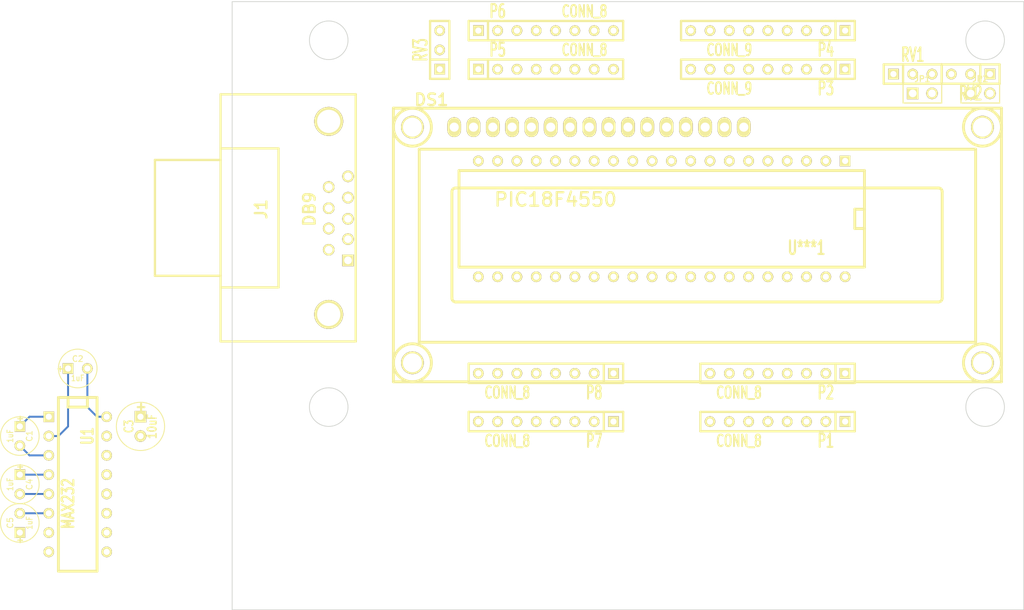
<source format=kicad_pcb>
(kicad_pcb (version 3) (host pcbnew "(22-Jun-2014 BZR 4027)-stable")

  (general
    (links 104)
    (no_connects 97)
    (area 126.047499 50.490001 298.258571 141.020001)
    (thickness 1.6)
    (drawings 17)
    (tracks 14)
    (zones 0)
    (modules 22)
    (nets 46)
  )

  (page A3)
  (layers
    (15 F.Cu signal)
    (0 B.Cu signal)
    (16 B.Adhes user)
    (17 F.Adhes user hide)
    (18 B.Paste user)
    (19 F.Paste user)
    (20 B.SilkS user)
    (21 F.SilkS user)
    (22 B.Mask user)
    (23 F.Mask user hide)
    (24 Dwgs.User user hide)
    (25 Cmts.User user)
    (26 Eco1.User user)
    (27 Eco2.User user)
    (28 Edge.Cuts user)
  )

  (setup
    (last_trace_width 0.254)
    (trace_clearance 0.254)
    (zone_clearance 0.508)
    (zone_45_only no)
    (trace_min 0.254)
    (segment_width 0.2)
    (edge_width 0.1)
    (via_size 0.889)
    (via_drill 0.635)
    (via_min_size 0.889)
    (via_min_drill 0.508)
    (uvia_size 0.508)
    (uvia_drill 0.127)
    (uvias_allowed no)
    (uvia_min_size 0.508)
    (uvia_min_drill 0.127)
    (pcb_text_width 0.3)
    (pcb_text_size 1.5 1.5)
    (mod_edge_width 0.15)
    (mod_text_size 1 1)
    (mod_text_width 0.15)
    (pad_size 1.5 1.5)
    (pad_drill 0.6)
    (pad_to_mask_clearance 0)
    (aux_axis_origin 0 0)
    (visible_elements FFFFFFBF)
    (pcbplotparams
      (layerselection 3178497)
      (usegerberextensions true)
      (excludeedgelayer true)
      (linewidth 0.150000)
      (plotframeref false)
      (viasonmask false)
      (mode 1)
      (useauxorigin false)
      (hpglpennumber 1)
      (hpglpenspeed 20)
      (hpglpendiameter 15)
      (hpglpenoverlay 2)
      (psnegative false)
      (psa4output false)
      (plotreference true)
      (plotvalue true)
      (plotothertext true)
      (plotinvisibletext false)
      (padsonsilk false)
      (subtractmaskfromsilk false)
      (outputformat 1)
      (mirror false)
      (drillshape 1)
      (scaleselection 1)
      (outputdirectory ""))
  )

  (net 0 "")
  (net 1 +5V)
  (net 2 GND)
  (net 3 N-000001)
  (net 4 N-0000010)
  (net 5 N-0000011)
  (net 6 N-0000012)
  (net 7 N-0000013)
  (net 8 N-0000014)
  (net 9 N-0000015)
  (net 10 N-0000016)
  (net 11 N-0000017)
  (net 12 N-0000018)
  (net 13 N-0000019)
  (net 14 N-000002)
  (net 15 N-0000021)
  (net 16 N-0000022)
  (net 17 N-0000023)
  (net 18 N-0000024)
  (net 19 N-0000025)
  (net 20 N-0000027)
  (net 21 N-000003)
  (net 22 N-000004)
  (net 23 N-0000045)
  (net 24 N-0000046)
  (net 25 N-0000047)
  (net 26 N-0000048)
  (net 27 N-0000049)
  (net 28 N-000005)
  (net 29 N-0000050)
  (net 30 N-0000051)
  (net 31 N-0000052)
  (net 32 N-0000053)
  (net 33 N-0000054)
  (net 34 N-0000055)
  (net 35 N-0000056)
  (net 36 N-0000057)
  (net 37 N-0000058)
  (net 38 N-000006)
  (net 39 N-0000061)
  (net 40 N-0000067)
  (net 41 N-000007)
  (net 42 N-000008)
  (net 43 N-000009)
  (net 44 RX)
  (net 45 TX)

  (net_class Default "This is the default net class."
    (clearance 0.254)
    (trace_width 0.254)
    (via_dia 0.889)
    (via_drill 0.635)
    (uvia_dia 0.508)
    (uvia_drill 0.127)
    (add_net "")
    (add_net +5V)
    (add_net GND)
    (add_net N-000001)
    (add_net N-0000010)
    (add_net N-0000011)
    (add_net N-0000012)
    (add_net N-0000013)
    (add_net N-0000014)
    (add_net N-0000015)
    (add_net N-0000016)
    (add_net N-0000017)
    (add_net N-0000018)
    (add_net N-0000019)
    (add_net N-000002)
    (add_net N-0000021)
    (add_net N-0000022)
    (add_net N-0000023)
    (add_net N-0000024)
    (add_net N-0000025)
    (add_net N-0000027)
    (add_net N-000003)
    (add_net N-000004)
    (add_net N-0000045)
    (add_net N-0000046)
    (add_net N-0000047)
    (add_net N-0000048)
    (add_net N-0000049)
    (add_net N-000005)
    (add_net N-0000050)
    (add_net N-0000051)
    (add_net N-0000052)
    (add_net N-0000053)
    (add_net N-0000054)
    (add_net N-0000055)
    (add_net N-0000056)
    (add_net N-0000057)
    (add_net N-0000058)
    (add_net N-000006)
    (add_net N-0000061)
    (add_net N-0000067)
    (add_net N-000007)
    (add_net N-000008)
    (add_net N-000009)
    (add_net RX)
    (add_net TX)
  )

  (module WC1602A (layer F.Cu) (tedit 518615DC) (tstamp 56659013)
    (at 208.28 77.47)
    (descr http://www.kamami.pl/dl/wc1602a0.pdf)
    (tags "LCD 16x2 Alphanumeric 16pin")
    (path /56644880)
    (fp_text reference DS1 (at -2.99974 -3.59918) (layer F.SilkS)
      (effects (font (size 1.524 1.524) (thickness 0.3048)))
    )
    (fp_text value LCD16X2 (at 31.99892 15.49908) (layer F.SilkS) hide
      (effects (font (size 1.524 1.524) (thickness 0.3048)))
    )
    (fp_line (start 0.20066 8.001) (end 63.70066 8.001) (layer F.SilkS) (width 0.381))
    (fp_line (start -0.29972 22.49932) (end -0.29972 8.49884) (layer F.SilkS) (width 0.381))
    (fp_line (start 63.70066 22.9997) (end 0.20066 22.9997) (layer F.SilkS) (width 0.381))
    (fp_line (start 64.20104 8.49884) (end 64.20104 22.49932) (layer F.SilkS) (width 0.381))
    (fp_arc (start 63.70066 8.49884) (end 63.70066 8.001) (angle 90) (layer F.SilkS) (width 0.381))
    (fp_arc (start 63.70066 22.49932) (end 64.20104 22.49932) (angle 90) (layer F.SilkS) (width 0.381))
    (fp_arc (start 0.20066 22.49932) (end 0.20066 22.9997) (angle 90) (layer F.SilkS) (width 0.381))
    (fp_arc (start 0.20066 8.49884) (end -0.29972 8.49884) (angle 90) (layer F.SilkS) (width 0.381))
    (fp_line (start -4.59994 2.90068) (end 68.60032 2.90068) (layer F.SilkS) (width 0.381))
    (fp_line (start 68.60032 2.90068) (end 68.60032 28.30068) (layer F.SilkS) (width 0.381))
    (fp_line (start 68.60032 28.30068) (end -4.59994 28.30068) (layer F.SilkS) (width 0.381))
    (fp_line (start -4.59994 28.30068) (end -4.59994 2.90068) (layer F.SilkS) (width 0.381))
    (fp_circle (center 69.49948 0) (end 71.99884 0) (layer F.SilkS) (width 0.381))
    (fp_circle (center 69.49948 31.0007) (end 71.99884 31.0007) (layer F.SilkS) (width 0.381))
    (fp_circle (center -5.4991 31.0007) (end -8.001 31.0007) (layer F.SilkS) (width 0.381))
    (fp_circle (center -5.4991 0) (end -2.99974 0) (layer F.SilkS) (width 0.381))
    (fp_line (start -8.001 -2.49936) (end 71.99884 -2.49936) (layer F.SilkS) (width 0.381))
    (fp_line (start 71.99884 -2.49936) (end 71.99884 33.50006) (layer F.SilkS) (width 0.381))
    (fp_line (start 71.99884 33.50006) (end -8.001 33.50006) (layer F.SilkS) (width 0.381))
    (fp_line (start -8.001 33.50006) (end -8.001 -2.49936) (layer F.SilkS) (width 0.381))
    (pad 1 thru_hole oval (at 0 0) (size 1.8 2.6) (drill 1.2)
      (layers *.Cu *.Mask F.SilkS)
      (net 2 GND)
    )
    (pad 2 thru_hole oval (at 2.54 0) (size 1.8 2.6) (drill 1.2)
      (layers *.Cu *.Mask F.SilkS)
      (net 1 +5V)
    )
    (pad 3 thru_hole oval (at 5.08 0) (size 1.8 2.6) (drill 1.2)
      (layers *.Cu *.Mask F.SilkS)
      (net 10 N-0000016)
    )
    (pad 4 thru_hole oval (at 7.62 0) (size 1.8 2.6) (drill 1.2)
      (layers *.Cu *.Mask F.SilkS)
    )
    (pad 5 thru_hole oval (at 10.16 0) (size 1.8 2.6) (drill 1.2)
      (layers *.Cu *.Mask F.SilkS)
    )
    (pad 6 thru_hole oval (at 12.7 0) (size 1.8 2.6) (drill 1.2)
      (layers *.Cu *.Mask F.SilkS)
    )
    (pad 7 thru_hole oval (at 15.24 0) (size 1.8 2.6) (drill 1.2)
      (layers *.Cu *.Mask F.SilkS)
      (net 38 N-000006)
    )
    (pad 8 thru_hole oval (at 17.78 0) (size 1.8 2.6) (drill 1.2)
      (layers *.Cu *.Mask F.SilkS)
      (net 41 N-000007)
    )
    (pad 9 thru_hole oval (at 20.32 0) (size 1.8 2.6) (drill 1.2)
      (layers *.Cu *.Mask F.SilkS)
      (net 36 N-0000057)
    )
    (pad 10 thru_hole oval (at 22.86 0) (size 1.8 2.6) (drill 1.2)
      (layers *.Cu *.Mask F.SilkS)
      (net 37 N-0000058)
    )
    (pad 11 thru_hole oval (at 25.4 0) (size 1.8 2.6) (drill 1.2)
      (layers *.Cu *.Mask F.SilkS)
      (net 39 N-0000061)
    )
    (pad 12 thru_hole oval (at 27.94 0) (size 1.8 2.6) (drill 1.2)
      (layers *.Cu *.Mask F.SilkS)
      (net 35 N-0000056)
    )
    (pad 13 thru_hole oval (at 30.48 0) (size 1.8 2.6) (drill 1.2)
      (layers *.Cu *.Mask F.SilkS)
      (net 23 N-0000045)
    )
    (pad 14 thru_hole oval (at 33.02 0) (size 1.8 2.6) (drill 1.2)
      (layers *.Cu *.Mask F.SilkS)
      (net 24 N-0000046)
    )
    (pad 15 thru_hole oval (at 35.56 0) (size 1.8 2.6) (drill 1.2)
      (layers *.Cu *.Mask F.SilkS)
    )
    (pad 16 thru_hole oval (at 38.1 0) (size 1.8 2.6) (drill 1.2)
      (layers *.Cu *.Mask F.SilkS)
    )
    (pad 0 thru_hole circle (at -5.4991 0) (size 3 3) (drill 2.5)
      (layers *.Cu *.Mask F.SilkS)
    )
    (pad 0 thru_hole circle (at -5.4991 31.0007) (size 3 3) (drill 2.5)
      (layers *.Cu *.Mask F.SilkS)
    )
    (pad 0 thru_hole circle (at 69.49948 31.0007) (size 3 3) (drill 2.5)
      (layers *.Cu *.Mask F.SilkS)
    )
    (pad 0 thru_hole circle (at 69.49948 0) (size 3 3) (drill 2.5)
      (layers *.Cu *.Mask F.SilkS)
    )
  )

  (module SIL-8 (layer F.Cu) (tedit 200000) (tstamp 56646251)
    (at 250.825 109.855 180)
    (descr "Connecteur 8 pins")
    (tags "CONN DEV")
    (path /56648303)
    (fp_text reference P2 (at -6.35 -2.54 180) (layer F.SilkS)
      (effects (font (size 1.72974 1.08712) (thickness 0.3048)))
    )
    (fp_text value CONN_8 (at 5.08 -2.54 180) (layer F.SilkS)
      (effects (font (size 1.524 1.016) (thickness 0.3048)))
    )
    (fp_line (start -10.16 -1.27) (end 10.16 -1.27) (layer F.SilkS) (width 0.3048))
    (fp_line (start 10.16 -1.27) (end 10.16 1.27) (layer F.SilkS) (width 0.3048))
    (fp_line (start 10.16 1.27) (end -10.16 1.27) (layer F.SilkS) (width 0.3048))
    (fp_line (start -10.16 1.27) (end -10.16 -1.27) (layer F.SilkS) (width 0.3048))
    (fp_line (start -7.62 1.27) (end -7.62 -1.27) (layer F.SilkS) (width 0.3048))
    (pad 1 thru_hole rect (at -8.89 0 180) (size 1.397 1.397) (drill 0.8128)
      (layers *.Cu *.Mask F.SilkS)
      (net 19 N-0000025)
    )
    (pad 2 thru_hole circle (at -6.35 0 180) (size 1.397 1.397) (drill 0.8128)
      (layers *.Cu *.Mask F.SilkS)
      (net 18 N-0000024)
    )
    (pad 3 thru_hole circle (at -3.81 0 180) (size 1.397 1.397) (drill 0.8128)
      (layers *.Cu *.Mask F.SilkS)
      (net 17 N-0000023)
    )
    (pad 4 thru_hole circle (at -1.27 0 180) (size 1.397 1.397) (drill 0.8128)
      (layers *.Cu *.Mask F.SilkS)
      (net 16 N-0000022)
    )
    (pad 5 thru_hole circle (at 1.27 0 180) (size 1.397 1.397) (drill 0.8128)
      (layers *.Cu *.Mask F.SilkS)
      (net 11 N-0000017)
    )
    (pad 6 thru_hole circle (at 3.81 0 180) (size 1.397 1.397) (drill 0.8128)
      (layers *.Cu *.Mask F.SilkS)
      (net 15 N-0000021)
    )
    (pad 7 thru_hole circle (at 6.35 0 180) (size 1.397 1.397) (drill 0.8128)
      (layers *.Cu *.Mask F.SilkS)
      (net 13 N-0000019)
    )
    (pad 8 thru_hole circle (at 8.89 0 180) (size 1.397 1.397) (drill 0.8128)
      (layers *.Cu *.Mask F.SilkS)
      (net 12 N-0000018)
    )
  )

  (module SIL-8 (layer F.Cu) (tedit 200000) (tstamp 56646262)
    (at 250.825 116.205 180)
    (descr "Connecteur 8 pins")
    (tags "CONN DEV")
    (path /56645AF8)
    (fp_text reference P1 (at -6.35 -2.54 180) (layer F.SilkS)
      (effects (font (size 1.72974 1.08712) (thickness 0.3048)))
    )
    (fp_text value CONN_8 (at 5.08 -2.54 180) (layer F.SilkS)
      (effects (font (size 1.524 1.016) (thickness 0.3048)))
    )
    (fp_line (start -10.16 -1.27) (end 10.16 -1.27) (layer F.SilkS) (width 0.3048))
    (fp_line (start 10.16 -1.27) (end 10.16 1.27) (layer F.SilkS) (width 0.3048))
    (fp_line (start 10.16 1.27) (end -10.16 1.27) (layer F.SilkS) (width 0.3048))
    (fp_line (start -10.16 1.27) (end -10.16 -1.27) (layer F.SilkS) (width 0.3048))
    (fp_line (start -7.62 1.27) (end -7.62 -1.27) (layer F.SilkS) (width 0.3048))
    (pad 1 thru_hole rect (at -8.89 0 180) (size 1.397 1.397) (drill 0.8128)
      (layers *.Cu *.Mask F.SilkS)
      (net 19 N-0000025)
    )
    (pad 2 thru_hole circle (at -6.35 0 180) (size 1.397 1.397) (drill 0.8128)
      (layers *.Cu *.Mask F.SilkS)
      (net 18 N-0000024)
    )
    (pad 3 thru_hole circle (at -3.81 0 180) (size 1.397 1.397) (drill 0.8128)
      (layers *.Cu *.Mask F.SilkS)
      (net 17 N-0000023)
    )
    (pad 4 thru_hole circle (at -1.27 0 180) (size 1.397 1.397) (drill 0.8128)
      (layers *.Cu *.Mask F.SilkS)
      (net 16 N-0000022)
    )
    (pad 5 thru_hole circle (at 1.27 0 180) (size 1.397 1.397) (drill 0.8128)
      (layers *.Cu *.Mask F.SilkS)
      (net 11 N-0000017)
    )
    (pad 6 thru_hole circle (at 3.81 0 180) (size 1.397 1.397) (drill 0.8128)
      (layers *.Cu *.Mask F.SilkS)
      (net 15 N-0000021)
    )
    (pad 7 thru_hole circle (at 6.35 0 180) (size 1.397 1.397) (drill 0.8128)
      (layers *.Cu *.Mask F.SilkS)
      (net 13 N-0000019)
    )
    (pad 8 thru_hole circle (at 8.89 0 180) (size 1.397 1.397) (drill 0.8128)
      (layers *.Cu *.Mask F.SilkS)
      (net 12 N-0000018)
    )
  )

  (module SIL-3 (layer F.Cu) (tedit 200000) (tstamp 5664626E)
    (at 276.225 70.485 180)
    (descr "Connecteur 3 pins")
    (tags "CONN DEV")
    (path /56645751)
    (fp_text reference RV2 (at 0 -2.54 180) (layer F.SilkS)
      (effects (font (size 1.7907 1.07696) (thickness 0.3048)))
    )
    (fp_text value 10K (at 0 -2.54 180) (layer F.SilkS) hide
      (effects (font (size 1.524 1.016) (thickness 0.3048)))
    )
    (fp_line (start -3.81 1.27) (end -3.81 -1.27) (layer F.SilkS) (width 0.3048))
    (fp_line (start -3.81 -1.27) (end 3.81 -1.27) (layer F.SilkS) (width 0.3048))
    (fp_line (start 3.81 -1.27) (end 3.81 1.27) (layer F.SilkS) (width 0.3048))
    (fp_line (start 3.81 1.27) (end -3.81 1.27) (layer F.SilkS) (width 0.3048))
    (fp_line (start -1.27 -1.27) (end -1.27 1.27) (layer F.SilkS) (width 0.3048))
    (pad 1 thru_hole rect (at -2.54 0 180) (size 1.397 1.397) (drill 0.8128)
      (layers *.Cu *.Mask F.SilkS)
      (net 1 +5V)
    )
    (pad 2 thru_hole circle (at 0 0 180) (size 1.397 1.397) (drill 0.8128)
      (layers *.Cu *.Mask F.SilkS)
      (net 40 N-0000067)
    )
    (pad 3 thru_hole circle (at 2.54 0 180) (size 1.397 1.397) (drill 0.8128)
      (layers *.Cu *.Mask F.SilkS)
      (net 2 GND)
    )
  )

  (module SIL-3 (layer F.Cu) (tedit 200000) (tstamp 5664627A)
    (at 268.605 70.485)
    (descr "Connecteur 3 pins")
    (tags "CONN DEV")
    (path /5664508A)
    (fp_text reference RV1 (at 0 -2.54) (layer F.SilkS)
      (effects (font (size 1.7907 1.07696) (thickness 0.3048)))
    )
    (fp_text value 10K (at 0 -2.54) (layer F.SilkS) hide
      (effects (font (size 1.524 1.016) (thickness 0.3048)))
    )
    (fp_line (start -3.81 1.27) (end -3.81 -1.27) (layer F.SilkS) (width 0.3048))
    (fp_line (start -3.81 -1.27) (end 3.81 -1.27) (layer F.SilkS) (width 0.3048))
    (fp_line (start 3.81 -1.27) (end 3.81 1.27) (layer F.SilkS) (width 0.3048))
    (fp_line (start 3.81 1.27) (end -3.81 1.27) (layer F.SilkS) (width 0.3048))
    (fp_line (start -1.27 -1.27) (end -1.27 1.27) (layer F.SilkS) (width 0.3048))
    (pad 1 thru_hole rect (at -2.54 0) (size 1.397 1.397) (drill 0.8128)
      (layers *.Cu *.Mask F.SilkS)
      (net 1 +5V)
    )
    (pad 2 thru_hole circle (at 0 0) (size 1.397 1.397) (drill 0.8128)
      (layers *.Cu *.Mask F.SilkS)
      (net 20 N-0000027)
    )
    (pad 3 thru_hole circle (at 2.54 0) (size 1.397 1.397) (drill 0.8128)
      (layers *.Cu *.Mask F.SilkS)
      (net 2 GND)
    )
  )

  (module SIL-3 (layer F.Cu) (tedit 200000) (tstamp 5664649B)
    (at 206.375 67.31 90)
    (descr "Connecteur 3 pins")
    (tags "CONN DEV")
    (path /5664516B)
    (fp_text reference RV3 (at 0 -2.54 90) (layer F.SilkS)
      (effects (font (size 1.7907 1.07696) (thickness 0.3048)))
    )
    (fp_text value 10K (at 0 -2.54 90) (layer F.SilkS) hide
      (effects (font (size 1.524 1.016) (thickness 0.3048)))
    )
    (fp_line (start -3.81 1.27) (end -3.81 -1.27) (layer F.SilkS) (width 0.3048))
    (fp_line (start -3.81 -1.27) (end 3.81 -1.27) (layer F.SilkS) (width 0.3048))
    (fp_line (start 3.81 -1.27) (end 3.81 1.27) (layer F.SilkS) (width 0.3048))
    (fp_line (start 3.81 1.27) (end -3.81 1.27) (layer F.SilkS) (width 0.3048))
    (fp_line (start -1.27 -1.27) (end -1.27 1.27) (layer F.SilkS) (width 0.3048))
    (pad 1 thru_hole rect (at -2.54 0 90) (size 1.397 1.397) (drill 0.8128)
      (layers *.Cu *.Mask F.SilkS)
      (net 1 +5V)
    )
    (pad 2 thru_hole circle (at 0 0 90) (size 1.397 1.397) (drill 0.8128)
      (layers *.Cu *.Mask F.SilkS)
      (net 10 N-0000016)
    )
    (pad 3 thru_hole circle (at 2.54 0 90) (size 1.397 1.397) (drill 0.8128)
      (layers *.Cu *.Mask F.SilkS)
      (net 2 GND)
    )
  )

  (module PIN_ARRAY_2X1 (layer F.Cu) (tedit 4565C520) (tstamp 566464EC)
    (at 277.495 73.025)
    (descr "Connecteurs 2 pins")
    (tags "CONN DEV")
    (path /56645757)
    (fp_text reference JP2 (at 0 -1.905) (layer F.SilkS)
      (effects (font (size 0.762 0.762) (thickness 0.1524)))
    )
    (fp_text value JUMPER (at 0 -1.905) (layer F.SilkS) hide
      (effects (font (size 0.762 0.762) (thickness 0.1524)))
    )
    (fp_line (start -2.54 1.27) (end -2.54 -1.27) (layer F.SilkS) (width 0.1524))
    (fp_line (start -2.54 -1.27) (end 2.54 -1.27) (layer F.SilkS) (width 0.1524))
    (fp_line (start 2.54 -1.27) (end 2.54 1.27) (layer F.SilkS) (width 0.1524))
    (fp_line (start 2.54 1.27) (end -2.54 1.27) (layer F.SilkS) (width 0.1524))
    (pad 1 thru_hole rect (at -1.27 0) (size 1.524 1.524) (drill 1.016)
      (layers *.Cu *.Mask F.SilkS)
      (net 40 N-0000067)
    )
    (pad 2 thru_hole circle (at 1.27 0) (size 1.524 1.524) (drill 1.016)
      (layers *.Cu *.Mask F.SilkS)
      (net 33 N-0000054)
    )
    (model pin_array/pins_array_2x1.wrl
      (at (xyz 0 0 0))
      (scale (xyz 1 1 1))
      (rotate (xyz 0 0 0))
    )
  )

  (module PIN_ARRAY_2X1 (layer F.Cu) (tedit 4565C520) (tstamp 5664629A)
    (at 269.875 73.025)
    (descr "Connecteurs 2 pins")
    (tags "CONN DEV")
    (path /5664570D)
    (fp_text reference JP1 (at 0 -1.905) (layer F.SilkS)
      (effects (font (size 0.762 0.762) (thickness 0.1524)))
    )
    (fp_text value JUMPER (at 0 -1.905) (layer F.SilkS) hide
      (effects (font (size 0.762 0.762) (thickness 0.1524)))
    )
    (fp_line (start -2.54 1.27) (end -2.54 -1.27) (layer F.SilkS) (width 0.1524))
    (fp_line (start -2.54 -1.27) (end 2.54 -1.27) (layer F.SilkS) (width 0.1524))
    (fp_line (start 2.54 -1.27) (end 2.54 1.27) (layer F.SilkS) (width 0.1524))
    (fp_line (start 2.54 1.27) (end -2.54 1.27) (layer F.SilkS) (width 0.1524))
    (pad 1 thru_hole rect (at -1.27 0) (size 1.524 1.524) (drill 1.016)
      (layers *.Cu *.Mask F.SilkS)
      (net 20 N-0000027)
    )
    (pad 2 thru_hole circle (at 1.27 0) (size 1.524 1.524) (drill 1.016)
      (layers *.Cu *.Mask F.SilkS)
      (net 34 N-0000055)
    )
    (model pin_array/pins_array_2x1.wrl
      (at (xyz 0 0 0))
      (scale (xyz 1 1 1))
      (rotate (xyz 0 0 0))
    )
  )

  (module DIP-40__600 (layer F.Cu) (tedit 200000) (tstamp 56657E7E)
    (at 235.585 89.535 180)
    (descr "Module Dil 40 pins, pads ronds, e=600 mils")
    (tags DIL)
    (path /56645347)
    (fp_text reference U***1 (at -19.05 -3.81 180) (layer F.SilkS)
      (effects (font (size 1.778 1.143) (thickness 0.3048)))
    )
    (fp_text value PIC18F4550 (at 13.97 2.54 180) (layer F.SilkS)
      (effects (font (size 1.778 1.778) (thickness 0.3048)))
    )
    (fp_line (start -26.67 -1.27) (end -25.4 -1.27) (layer F.SilkS) (width 0.381))
    (fp_line (start -25.4 -1.27) (end -25.4 1.27) (layer F.SilkS) (width 0.381))
    (fp_line (start -25.4 1.27) (end -26.67 1.27) (layer F.SilkS) (width 0.381))
    (fp_line (start -26.67 -6.35) (end 26.67 -6.35) (layer F.SilkS) (width 0.381))
    (fp_line (start 26.67 -6.35) (end 26.67 6.35) (layer F.SilkS) (width 0.381))
    (fp_line (start 26.67 6.35) (end -26.67 6.35) (layer F.SilkS) (width 0.381))
    (fp_line (start -26.67 6.35) (end -26.67 -6.35) (layer F.SilkS) (width 0.381))
    (pad 1 thru_hole rect (at -24.13 7.62 180) (size 1.397 1.397) (drill 0.8128)
      (layers *.Cu *.Mask F.SilkS)
      (net 3 N-000001)
    )
    (pad 2 thru_hole circle (at -21.59 7.62 180) (size 1.397 1.397) (drill 0.8128)
      (layers *.Cu *.Mask F.SilkS)
      (net 34 N-0000055)
    )
    (pad 3 thru_hole circle (at -19.05 7.62 180) (size 1.397 1.397) (drill 0.8128)
      (layers *.Cu *.Mask F.SilkS)
      (net 33 N-0000054)
    )
    (pad 4 thru_hole circle (at -16.51 7.62 180) (size 1.397 1.397) (drill 0.8128)
      (layers *.Cu *.Mask F.SilkS)
      (net 32 N-0000053)
    )
    (pad 5 thru_hole circle (at -13.97 7.62 180) (size 1.397 1.397) (drill 0.8128)
      (layers *.Cu *.Mask F.SilkS)
      (net 31 N-0000052)
    )
    (pad 6 thru_hole circle (at -11.43 7.62 180) (size 1.397 1.397) (drill 0.8128)
      (layers *.Cu *.Mask F.SilkS)
      (net 30 N-0000051)
    )
    (pad 7 thru_hole circle (at -8.89 7.62 180) (size 1.397 1.397) (drill 0.8128)
      (layers *.Cu *.Mask F.SilkS)
      (net 29 N-0000050)
    )
    (pad 8 thru_hole circle (at -6.35 7.62 180) (size 1.397 1.397) (drill 0.8128)
      (layers *.Cu *.Mask F.SilkS)
      (net 27 N-0000049)
    )
    (pad 9 thru_hole circle (at -3.81 7.62 180) (size 1.397 1.397) (drill 0.8128)
      (layers *.Cu *.Mask F.SilkS)
      (net 26 N-0000048)
    )
    (pad 10 thru_hole circle (at -1.27 7.62 180) (size 1.397 1.397) (drill 0.8128)
      (layers *.Cu *.Mask F.SilkS)
      (net 25 N-0000047)
    )
    (pad 11 thru_hole circle (at 1.27 7.62 180) (size 1.397 1.397) (drill 0.8128)
      (layers *.Cu *.Mask F.SilkS)
      (net 14 N-000002)
    )
    (pad 12 thru_hole circle (at 3.81 7.62 180) (size 1.397 1.397) (drill 0.8128)
      (layers *.Cu *.Mask F.SilkS)
      (net 2 GND)
    )
    (pad 13 thru_hole circle (at 6.35 7.62 180) (size 1.397 1.397) (drill 0.8128)
      (layers *.Cu *.Mask F.SilkS)
    )
    (pad 14 thru_hole circle (at 8.89 7.62 180) (size 1.397 1.397) (drill 0.8128)
      (layers *.Cu *.Mask F.SilkS)
    )
    (pad 15 thru_hole circle (at 11.43 7.62 180) (size 1.397 1.397) (drill 0.8128)
      (layers *.Cu *.Mask F.SilkS)
      (net 21 N-000003)
    )
    (pad 16 thru_hole circle (at 13.97 7.62 180) (size 1.397 1.397) (drill 0.8128)
      (layers *.Cu *.Mask F.SilkS)
      (net 22 N-000004)
    )
    (pad 17 thru_hole circle (at 16.51 7.62 180) (size 1.397 1.397) (drill 0.8128)
      (layers *.Cu *.Mask F.SilkS)
      (net 28 N-000005)
    )
    (pad 18 thru_hole circle (at 19.05 7.62 180) (size 1.397 1.397) (drill 0.8128)
      (layers *.Cu *.Mask F.SilkS)
    )
    (pad 19 thru_hole circle (at 21.59 7.62 180) (size 1.397 1.397) (drill 0.8128)
      (layers *.Cu *.Mask F.SilkS)
      (net 38 N-000006)
    )
    (pad 20 thru_hole circle (at 24.13 7.62 180) (size 1.397 1.397) (drill 0.8128)
      (layers *.Cu *.Mask F.SilkS)
      (net 41 N-000007)
    )
    (pad 21 thru_hole circle (at 24.13 -7.62 180) (size 1.397 1.397) (drill 0.8128)
      (layers *.Cu *.Mask F.SilkS)
      (net 36 N-0000057)
    )
    (pad 22 thru_hole circle (at 21.59 -7.62 180) (size 1.397 1.397) (drill 0.8128)
      (layers *.Cu *.Mask F.SilkS)
      (net 37 N-0000058)
    )
    (pad 23 thru_hole circle (at 19.05 -7.62 180) (size 1.397 1.397) (drill 0.8128)
      (layers *.Cu *.Mask F.SilkS)
    )
    (pad 24 thru_hole circle (at 16.51 -7.62 180) (size 1.397 1.397) (drill 0.8128)
      (layers *.Cu *.Mask F.SilkS)
    )
    (pad 25 thru_hole circle (at 13.97 -7.62 180) (size 1.397 1.397) (drill 0.8128)
      (layers *.Cu *.Mask F.SilkS)
      (net 45 TX)
    )
    (pad 26 thru_hole circle (at 11.43 -7.62 180) (size 1.397 1.397) (drill 0.8128)
      (layers *.Cu *.Mask F.SilkS)
      (net 44 RX)
    )
    (pad 27 thru_hole circle (at 8.89 -7.62 180) (size 1.397 1.397) (drill 0.8128)
      (layers *.Cu *.Mask F.SilkS)
      (net 39 N-0000061)
    )
    (pad 28 thru_hole circle (at 6.35 -7.62 180) (size 1.397 1.397) (drill 0.8128)
      (layers *.Cu *.Mask F.SilkS)
      (net 35 N-0000056)
    )
    (pad 29 thru_hole circle (at 3.81 -7.62 180) (size 1.397 1.397) (drill 0.8128)
      (layers *.Cu *.Mask F.SilkS)
      (net 23 N-0000045)
    )
    (pad 30 thru_hole circle (at 1.27 -7.62 180) (size 1.397 1.397) (drill 0.8128)
      (layers *.Cu *.Mask F.SilkS)
      (net 24 N-0000046)
    )
    (pad 31 thru_hole circle (at -1.27 -7.62 180) (size 1.397 1.397) (drill 0.8128)
      (layers *.Cu *.Mask F.SilkS)
      (net 2 GND)
    )
    (pad 32 thru_hole circle (at -3.81 -7.62 180) (size 1.397 1.397) (drill 0.8128)
      (layers *.Cu *.Mask F.SilkS)
      (net 1 +5V)
    )
    (pad 33 thru_hole circle (at -6.35 -7.62 180) (size 1.397 1.397) (drill 0.8128)
      (layers *.Cu *.Mask F.SilkS)
      (net 12 N-0000018)
    )
    (pad 34 thru_hole circle (at -8.89 -7.62 180) (size 1.397 1.397) (drill 0.8128)
      (layers *.Cu *.Mask F.SilkS)
      (net 13 N-0000019)
    )
    (pad 35 thru_hole circle (at -11.43 -7.62 180) (size 1.397 1.397) (drill 0.8128)
      (layers *.Cu *.Mask F.SilkS)
      (net 15 N-0000021)
    )
    (pad 36 thru_hole circle (at -13.97 -7.62 180) (size 1.397 1.397) (drill 0.8128)
      (layers *.Cu *.Mask F.SilkS)
      (net 11 N-0000017)
    )
    (pad 37 thru_hole circle (at -16.51 -7.62 180) (size 1.397 1.397) (drill 0.8128)
      (layers *.Cu *.Mask F.SilkS)
      (net 16 N-0000022)
    )
    (pad 38 thru_hole circle (at -19.05 -7.62 180) (size 1.397 1.397) (drill 0.8128)
      (layers *.Cu *.Mask F.SilkS)
      (net 17 N-0000023)
    )
    (pad 39 thru_hole circle (at -21.59 -7.62 180) (size 1.397 1.397) (drill 0.8128)
      (layers *.Cu *.Mask F.SilkS)
      (net 18 N-0000024)
    )
    (pad 40 thru_hole circle (at -24.13 -7.62 180) (size 1.397 1.397) (drill 0.8128)
      (layers *.Cu *.Mask F.SilkS)
      (net 19 N-0000025)
    )
    (model dil/dil_40-w600.wrl
      (at (xyz 0 0 0))
      (scale (xyz 1 1 1))
      (rotate (xyz 0 0 0))
    )
  )

  (module DIP-16__300 (layer F.Cu) (tedit 200000) (tstamp 566462E9)
    (at 158.75 124.46 270)
    (descr "16 pins DIL package, round pads")
    (tags DIL)
    (path /566448BA)
    (fp_text reference U1 (at -6.35 -1.27 270) (layer F.SilkS)
      (effects (font (size 1.524 1.143) (thickness 0.3048)))
    )
    (fp_text value MAX232 (at 2.54 1.27 270) (layer F.SilkS)
      (effects (font (size 1.524 1.143) (thickness 0.3048)))
    )
    (fp_line (start -11.43 -1.27) (end -11.43 -1.27) (layer F.SilkS) (width 0.381))
    (fp_line (start -11.43 -1.27) (end -10.16 -1.27) (layer F.SilkS) (width 0.381))
    (fp_line (start -10.16 -1.27) (end -10.16 1.27) (layer F.SilkS) (width 0.381))
    (fp_line (start -10.16 1.27) (end -11.43 1.27) (layer F.SilkS) (width 0.381))
    (fp_line (start -11.43 -2.54) (end 11.43 -2.54) (layer F.SilkS) (width 0.381))
    (fp_line (start 11.43 -2.54) (end 11.43 2.54) (layer F.SilkS) (width 0.381))
    (fp_line (start 11.43 2.54) (end -11.43 2.54) (layer F.SilkS) (width 0.381))
    (fp_line (start -11.43 2.54) (end -11.43 -2.54) (layer F.SilkS) (width 0.381))
    (pad 1 thru_hole rect (at -8.89 3.81 270) (size 1.397 1.397) (drill 0.8128)
      (layers *.Cu *.Mask F.SilkS)
      (net 4 N-0000010)
    )
    (pad 2 thru_hole circle (at -6.35 3.81 270) (size 1.397 1.397) (drill 0.8128)
      (layers *.Cu *.Mask F.SilkS)
      (net 8 N-0000014)
    )
    (pad 3 thru_hole circle (at -3.81 3.81 270) (size 1.397 1.397) (drill 0.8128)
      (layers *.Cu *.Mask F.SilkS)
      (net 5 N-0000011)
    )
    (pad 4 thru_hole circle (at -1.27 3.81 270) (size 1.397 1.397) (drill 0.8128)
      (layers *.Cu *.Mask F.SilkS)
      (net 6 N-0000012)
    )
    (pad 5 thru_hole circle (at 1.27 3.81 270) (size 1.397 1.397) (drill 0.8128)
      (layers *.Cu *.Mask F.SilkS)
      (net 7 N-0000013)
    )
    (pad 6 thru_hole circle (at 3.81 3.81 270) (size 1.397 1.397) (drill 0.8128)
      (layers *.Cu *.Mask F.SilkS)
      (net 9 N-0000015)
    )
    (pad 7 thru_hole circle (at 6.35 3.81 270) (size 1.397 1.397) (drill 0.8128)
      (layers *.Cu *.Mask F.SilkS)
    )
    (pad 8 thru_hole circle (at 8.89 3.81 270) (size 1.397 1.397) (drill 0.8128)
      (layers *.Cu *.Mask F.SilkS)
    )
    (pad 9 thru_hole circle (at 8.89 -3.81 270) (size 1.397 1.397) (drill 0.8128)
      (layers *.Cu *.Mask F.SilkS)
    )
    (pad 10 thru_hole circle (at 6.35 -3.81 270) (size 1.397 1.397) (drill 0.8128)
      (layers *.Cu *.Mask F.SilkS)
    )
    (pad 11 thru_hole circle (at 3.81 -3.81 270) (size 1.397 1.397) (drill 0.8128)
      (layers *.Cu *.Mask F.SilkS)
      (net 45 TX)
    )
    (pad 12 thru_hole circle (at 1.27 -3.81 270) (size 1.397 1.397) (drill 0.8128)
      (layers *.Cu *.Mask F.SilkS)
    )
    (pad 13 thru_hole circle (at -1.27 -3.81 270) (size 1.397 1.397) (drill 0.8128)
      (layers *.Cu *.Mask F.SilkS)
      (net 43 N-000009)
    )
    (pad 14 thru_hole circle (at -3.81 -3.81 270) (size 1.397 1.397) (drill 0.8128)
      (layers *.Cu *.Mask F.SilkS)
      (net 42 N-000008)
    )
    (pad 15 thru_hole circle (at -6.35 -3.81 270) (size 1.397 1.397) (drill 0.8128)
      (layers *.Cu *.Mask F.SilkS)
      (net 2 GND)
    )
    (pad 16 thru_hole circle (at -8.89 -3.81 270) (size 1.397 1.397) (drill 0.8128)
      (layers *.Cu *.Mask F.SilkS)
      (net 1 +5V)
    )
    (model dil/dil_16.wrl
      (at (xyz 0 0 0))
      (scale (xyz 1 1 1))
      (rotate (xyz 0 0 0))
    )
  )

  (module DB9FC (layer F.Cu) (tedit 200000) (tstamp 56646506)
    (at 193.04 89.535 90)
    (descr "Connecteur DB9 femelle couche")
    (tags "CONN DB9")
    (path /566448E1)
    (fp_text reference J1 (at 1.27 -10.16 90) (layer F.SilkS)
      (effects (font (size 1.524 1.524) (thickness 0.3048)))
    )
    (fp_text value DB9 (at 1.27 -3.81 90) (layer F.SilkS)
      (effects (font (size 1.524 1.524) (thickness 0.3048)))
    )
    (fp_line (start -16.129 2.286) (end 16.383 2.286) (layer F.SilkS) (width 0.3048))
    (fp_line (start 16.383 2.286) (end 16.383 -15.494) (layer F.SilkS) (width 0.3048))
    (fp_line (start 16.383 -15.494) (end -16.129 -15.494) (layer F.SilkS) (width 0.3048))
    (fp_line (start -16.129 -15.494) (end -16.129 2.286) (layer F.SilkS) (width 0.3048))
    (fp_line (start -9.017 -15.494) (end -9.017 -7.874) (layer F.SilkS) (width 0.3048))
    (fp_line (start -9.017 -7.874) (end 9.271 -7.874) (layer F.SilkS) (width 0.3048))
    (fp_line (start 9.271 -7.874) (end 9.271 -15.494) (layer F.SilkS) (width 0.3048))
    (fp_line (start -7.493 -15.494) (end -7.493 -24.13) (layer F.SilkS) (width 0.3048))
    (fp_line (start -7.493 -24.13) (end 7.747 -24.13) (layer F.SilkS) (width 0.3048))
    (fp_line (start 7.747 -24.13) (end 7.747 -15.494) (layer F.SilkS) (width 0.3048))
    (pad "" thru_hole circle (at 12.827 -1.27 90) (size 3.81 3.81) (drill 3.048)
      (layers *.Cu *.Mask F.SilkS)
    )
    (pad "" thru_hole circle (at -12.573 -1.27 90) (size 3.81 3.81) (drill 3.048)
      (layers *.Cu *.Mask F.SilkS)
    )
    (pad 1 thru_hole rect (at -5.461 1.27 90) (size 1.524 1.524) (drill 1.016)
      (layers *.Cu *.Mask F.SilkS)
    )
    (pad 2 thru_hole circle (at -2.667 1.27 90) (size 1.524 1.524) (drill 1.016)
      (layers *.Cu *.Mask F.SilkS)
      (net 42 N-000008)
    )
    (pad 3 thru_hole circle (at 0 1.27 90) (size 1.524 1.524) (drill 1.016)
      (layers *.Cu *.Mask F.SilkS)
      (net 43 N-000009)
    )
    (pad 4 thru_hole circle (at 2.794 1.27 90) (size 1.524 1.524) (drill 1.016)
      (layers *.Cu *.Mask F.SilkS)
    )
    (pad 5 thru_hole circle (at 5.588 1.27 90) (size 1.524 1.524) (drill 1.016)
      (layers *.Cu *.Mask F.SilkS)
      (net 2 GND)
    )
    (pad 6 thru_hole circle (at -4.064 -1.27 90) (size 1.524 1.524) (drill 1.016)
      (layers *.Cu *.Mask F.SilkS)
    )
    (pad 7 thru_hole circle (at -1.27 -1.27 90) (size 1.524 1.524) (drill 1.016)
      (layers *.Cu *.Mask F.SilkS)
    )
    (pad 8 thru_hole circle (at 1.397 -1.27 90) (size 1.524 1.524) (drill 1.016)
      (layers *.Cu *.Mask F.SilkS)
    )
    (pad 9 thru_hole circle (at 4.191 -1.27 90) (size 1.524 1.524) (drill 1.016)
      (layers *.Cu *.Mask F.SilkS)
    )
    (model conn_DBxx/db9_female_pin90deg.wrl
      (at (xyz 0 0 0))
      (scale (xyz 1 1 1))
      (rotate (xyz 0 0 0))
    )
  )

  (module C1V7 (layer F.Cu) (tedit 200000) (tstamp 5664630A)
    (at 167.005 116.84 270)
    (path /56644D34)
    (fp_text reference C3 (at 0 1.524 270) (layer F.SilkS)
      (effects (font (size 1.143 0.889) (thickness 0.2032)))
    )
    (fp_text value 10uF (at 0 -1.524 270) (layer F.SilkS)
      (effects (font (size 1.143 0.889) (thickness 0.2032)))
    )
    (fp_text user + (at -2.54 0 270) (layer F.SilkS)
      (effects (font (size 1.143 1.143) (thickness 0.3048)))
    )
    (fp_circle (center 0 0) (end 3.175 0) (layer F.SilkS) (width 0.127))
    (pad 1 thru_hole rect (at -1.27 0 270) (size 1.524 1.524) (drill 0.8128)
      (layers *.Cu *.Mask F.SilkS)
      (net 1 +5V)
    )
    (pad 2 thru_hole circle (at 1.27 0 270) (size 1.524 1.524) (drill 0.8128)
      (layers *.Cu *.Mask F.SilkS)
      (net 2 GND)
    )
    (model discret/c_vert_c1v7.wrl
      (at (xyz 0 0 0))
      (scale (xyz 1 1 1))
      (rotate (xyz 0 0 0))
    )
  )

  (module C1V5 (layer F.Cu) (tedit 3E070CF4) (tstamp 56646312)
    (at 151.13 129.54 90)
    (descr "Condensateur e = 1 pas")
    (tags C)
    (path /56644D25)
    (fp_text reference C5 (at 0 -1.26746 90) (layer F.SilkS)
      (effects (font (size 0.762 0.762) (thickness 0.127)))
    )
    (fp_text value 1uF (at 0 1.27 90) (layer F.SilkS)
      (effects (font (size 0.762 0.635) (thickness 0.127)))
    )
    (fp_text user + (at -2.286 0 90) (layer F.SilkS)
      (effects (font (size 0.762 0.762) (thickness 0.2032)))
    )
    (fp_circle (center 0 0) (end 0.127 -2.54) (layer F.SilkS) (width 0.127))
    (pad 1 thru_hole rect (at -1.27 0 90) (size 1.397 1.397) (drill 0.8128)
      (layers *.Cu *.Mask F.SilkS)
      (net 2 GND)
    )
    (pad 2 thru_hole circle (at 1.27 0 90) (size 1.397 1.397) (drill 0.8128)
      (layers *.Cu *.Mask F.SilkS)
      (net 9 N-0000015)
    )
    (model discret/c_vert_c1v5.wrl
      (at (xyz 0 0 0))
      (scale (xyz 1 1 1))
      (rotate (xyz 0 0 0))
    )
  )

  (module C1V5 (layer F.Cu) (tedit 3E070CF4) (tstamp 5664631A)
    (at 158.75 109.22)
    (descr "Condensateur e = 1 pas")
    (tags C)
    (path /56644D16)
    (fp_text reference C2 (at 0 -1.26746) (layer F.SilkS)
      (effects (font (size 0.762 0.762) (thickness 0.127)))
    )
    (fp_text value 1uF (at 0 1.27) (layer F.SilkS)
      (effects (font (size 0.762 0.635) (thickness 0.127)))
    )
    (fp_text user + (at -2.286 0) (layer F.SilkS)
      (effects (font (size 0.762 0.762) (thickness 0.2032)))
    )
    (fp_circle (center 0 0) (end 0.127 -2.54) (layer F.SilkS) (width 0.127))
    (pad 1 thru_hole rect (at -1.27 0) (size 1.397 1.397) (drill 0.8128)
      (layers *.Cu *.Mask F.SilkS)
      (net 8 N-0000014)
    )
    (pad 2 thru_hole circle (at 1.27 0) (size 1.397 1.397) (drill 0.8128)
      (layers *.Cu *.Mask F.SilkS)
      (net 1 +5V)
    )
    (model discret/c_vert_c1v5.wrl
      (at (xyz 0 0 0))
      (scale (xyz 1 1 1))
      (rotate (xyz 0 0 0))
    )
  )

  (module C1V5 (layer F.Cu) (tedit 3E070CF4) (tstamp 56646322)
    (at 151.13 124.46 270)
    (descr "Condensateur e = 1 pas")
    (tags C)
    (path /56644D07)
    (fp_text reference C4 (at 0 -1.26746 270) (layer F.SilkS)
      (effects (font (size 0.762 0.762) (thickness 0.127)))
    )
    (fp_text value 1uF (at 0 1.27 270) (layer F.SilkS)
      (effects (font (size 0.762 0.635) (thickness 0.127)))
    )
    (fp_text user + (at -2.286 0 270) (layer F.SilkS)
      (effects (font (size 0.762 0.762) (thickness 0.2032)))
    )
    (fp_circle (center 0 0) (end 0.127 -2.54) (layer F.SilkS) (width 0.127))
    (pad 1 thru_hole rect (at -1.27 0 270) (size 1.397 1.397) (drill 0.8128)
      (layers *.Cu *.Mask F.SilkS)
      (net 6 N-0000012)
    )
    (pad 2 thru_hole circle (at 1.27 0 270) (size 1.397 1.397) (drill 0.8128)
      (layers *.Cu *.Mask F.SilkS)
      (net 7 N-0000013)
    )
    (model discret/c_vert_c1v5.wrl
      (at (xyz 0 0 0))
      (scale (xyz 1 1 1))
      (rotate (xyz 0 0 0))
    )
  )

  (module C1V5 (layer F.Cu) (tedit 3E070CF4) (tstamp 5664632A)
    (at 151.13 118.11 270)
    (descr "Condensateur e = 1 pas")
    (tags C)
    (path /56644CF6)
    (fp_text reference C1 (at 0 -1.26746 270) (layer F.SilkS)
      (effects (font (size 0.762 0.762) (thickness 0.127)))
    )
    (fp_text value 1uF (at 0 1.27 270) (layer F.SilkS)
      (effects (font (size 0.762 0.635) (thickness 0.127)))
    )
    (fp_text user + (at -2.286 0 270) (layer F.SilkS)
      (effects (font (size 0.762 0.762) (thickness 0.2032)))
    )
    (fp_circle (center 0 0) (end 0.127 -2.54) (layer F.SilkS) (width 0.127))
    (pad 1 thru_hole rect (at -1.27 0 270) (size 1.397 1.397) (drill 0.8128)
      (layers *.Cu *.Mask F.SilkS)
      (net 4 N-0000010)
    )
    (pad 2 thru_hole circle (at 1.27 0 270) (size 1.397 1.397) (drill 0.8128)
      (layers *.Cu *.Mask F.SilkS)
      (net 5 N-0000011)
    )
    (model discret/c_vert_c1v5.wrl
      (at (xyz 0 0 0))
      (scale (xyz 1 1 1))
      (rotate (xyz 0 0 0))
    )
  )

  (module SIL-8 (layer F.Cu) (tedit 200000) (tstamp 56647884)
    (at 220.345 116.205 180)
    (descr "Connecteur 8 pins")
    (tags "CONN DEV")
    (path /566479E7)
    (fp_text reference P7 (at -6.35 -2.54 180) (layer F.SilkS)
      (effects (font (size 1.72974 1.08712) (thickness 0.3048)))
    )
    (fp_text value CONN_8 (at 5.08 -2.54 180) (layer F.SilkS)
      (effects (font (size 1.524 1.016) (thickness 0.3048)))
    )
    (fp_line (start -10.16 -1.27) (end 10.16 -1.27) (layer F.SilkS) (width 0.3048))
    (fp_line (start 10.16 -1.27) (end 10.16 1.27) (layer F.SilkS) (width 0.3048))
    (fp_line (start 10.16 1.27) (end -10.16 1.27) (layer F.SilkS) (width 0.3048))
    (fp_line (start -10.16 1.27) (end -10.16 -1.27) (layer F.SilkS) (width 0.3048))
    (fp_line (start -7.62 1.27) (end -7.62 -1.27) (layer F.SilkS) (width 0.3048))
    (pad 1 thru_hole rect (at -8.89 0 180) (size 1.397 1.397) (drill 0.8128)
      (layers *.Cu *.Mask F.SilkS)
      (net 24 N-0000046)
    )
    (pad 2 thru_hole circle (at -6.35 0 180) (size 1.397 1.397) (drill 0.8128)
      (layers *.Cu *.Mask F.SilkS)
      (net 23 N-0000045)
    )
    (pad 3 thru_hole circle (at -3.81 0 180) (size 1.397 1.397) (drill 0.8128)
      (layers *.Cu *.Mask F.SilkS)
      (net 35 N-0000056)
    )
    (pad 4 thru_hole circle (at -1.27 0 180) (size 1.397 1.397) (drill 0.8128)
      (layers *.Cu *.Mask F.SilkS)
      (net 39 N-0000061)
    )
    (pad 5 thru_hole circle (at 1.27 0 180) (size 1.397 1.397) (drill 0.8128)
      (layers *.Cu *.Mask F.SilkS)
      (net 44 RX)
    )
    (pad 6 thru_hole circle (at 3.81 0 180) (size 1.397 1.397) (drill 0.8128)
      (layers *.Cu *.Mask F.SilkS)
      (net 45 TX)
    )
    (pad 7 thru_hole circle (at 6.35 0 180) (size 1.397 1.397) (drill 0.8128)
      (layers *.Cu *.Mask F.SilkS)
      (net 37 N-0000058)
    )
    (pad 8 thru_hole circle (at 8.89 0 180) (size 1.397 1.397) (drill 0.8128)
      (layers *.Cu *.Mask F.SilkS)
      (net 36 N-0000057)
    )
  )

  (module SIL-8 (layer F.Cu) (tedit 200000) (tstamp 56647895)
    (at 220.345 109.855 180)
    (descr "Connecteur 8 pins")
    (tags "CONN DEV")
    (path /56648383)
    (fp_text reference P8 (at -6.35 -2.54 180) (layer F.SilkS)
      (effects (font (size 1.72974 1.08712) (thickness 0.3048)))
    )
    (fp_text value CONN_8 (at 5.08 -2.54 180) (layer F.SilkS)
      (effects (font (size 1.524 1.016) (thickness 0.3048)))
    )
    (fp_line (start -10.16 -1.27) (end 10.16 -1.27) (layer F.SilkS) (width 0.3048))
    (fp_line (start 10.16 -1.27) (end 10.16 1.27) (layer F.SilkS) (width 0.3048))
    (fp_line (start 10.16 1.27) (end -10.16 1.27) (layer F.SilkS) (width 0.3048))
    (fp_line (start -10.16 1.27) (end -10.16 -1.27) (layer F.SilkS) (width 0.3048))
    (fp_line (start -7.62 1.27) (end -7.62 -1.27) (layer F.SilkS) (width 0.3048))
    (pad 1 thru_hole rect (at -8.89 0 180) (size 1.397 1.397) (drill 0.8128)
      (layers *.Cu *.Mask F.SilkS)
      (net 24 N-0000046)
    )
    (pad 2 thru_hole circle (at -6.35 0 180) (size 1.397 1.397) (drill 0.8128)
      (layers *.Cu *.Mask F.SilkS)
      (net 23 N-0000045)
    )
    (pad 3 thru_hole circle (at -3.81 0 180) (size 1.397 1.397) (drill 0.8128)
      (layers *.Cu *.Mask F.SilkS)
      (net 35 N-0000056)
    )
    (pad 4 thru_hole circle (at -1.27 0 180) (size 1.397 1.397) (drill 0.8128)
      (layers *.Cu *.Mask F.SilkS)
      (net 39 N-0000061)
    )
    (pad 5 thru_hole circle (at 1.27 0 180) (size 1.397 1.397) (drill 0.8128)
      (layers *.Cu *.Mask F.SilkS)
      (net 44 RX)
    )
    (pad 6 thru_hole circle (at 3.81 0 180) (size 1.397 1.397) (drill 0.8128)
      (layers *.Cu *.Mask F.SilkS)
      (net 45 TX)
    )
    (pad 7 thru_hole circle (at 6.35 0 180) (size 1.397 1.397) (drill 0.8128)
      (layers *.Cu *.Mask F.SilkS)
      (net 37 N-0000058)
    )
    (pad 8 thru_hole circle (at 8.89 0 180) (size 1.397 1.397) (drill 0.8128)
      (layers *.Cu *.Mask F.SilkS)
      (net 36 N-0000057)
    )
  )

  (module SIL-8 (layer F.Cu) (tedit 200000) (tstamp 566478A6)
    (at 220.345 64.77)
    (descr "Connecteur 8 pins")
    (tags "CONN DEV")
    (path /56645A10)
    (fp_text reference P6 (at -6.35 -2.54) (layer F.SilkS)
      (effects (font (size 1.72974 1.08712) (thickness 0.3048)))
    )
    (fp_text value CONN_8 (at 5.08 -2.54) (layer F.SilkS)
      (effects (font (size 1.524 1.016) (thickness 0.3048)))
    )
    (fp_line (start -10.16 -1.27) (end 10.16 -1.27) (layer F.SilkS) (width 0.3048))
    (fp_line (start 10.16 -1.27) (end 10.16 1.27) (layer F.SilkS) (width 0.3048))
    (fp_line (start 10.16 1.27) (end -10.16 1.27) (layer F.SilkS) (width 0.3048))
    (fp_line (start -10.16 1.27) (end -10.16 -1.27) (layer F.SilkS) (width 0.3048))
    (fp_line (start -7.62 1.27) (end -7.62 -1.27) (layer F.SilkS) (width 0.3048))
    (pad 1 thru_hole rect (at -8.89 0) (size 1.397 1.397) (drill 0.8128)
      (layers *.Cu *.Mask F.SilkS)
      (net 41 N-000007)
    )
    (pad 2 thru_hole circle (at -6.35 0) (size 1.397 1.397) (drill 0.8128)
      (layers *.Cu *.Mask F.SilkS)
      (net 38 N-000006)
    )
    (pad 3 thru_hole circle (at -3.81 0) (size 1.397 1.397) (drill 0.8128)
      (layers *.Cu *.Mask F.SilkS)
      (net 3 N-000001)
    )
    (pad 4 thru_hole circle (at -1.27 0) (size 1.397 1.397) (drill 0.8128)
      (layers *.Cu *.Mask F.SilkS)
      (net 28 N-000005)
    )
    (pad 5 thru_hole circle (at 1.27 0) (size 1.397 1.397) (drill 0.8128)
      (layers *.Cu *.Mask F.SilkS)
      (net 22 N-000004)
    )
    (pad 6 thru_hole circle (at 3.81 0) (size 1.397 1.397) (drill 0.8128)
      (layers *.Cu *.Mask F.SilkS)
      (net 21 N-000003)
    )
    (pad 7 thru_hole circle (at 6.35 0) (size 1.397 1.397) (drill 0.8128)
      (layers *.Cu *.Mask F.SilkS)
      (net 2 GND)
    )
    (pad 8 thru_hole circle (at 8.89 0) (size 1.397 1.397) (drill 0.8128)
      (layers *.Cu *.Mask F.SilkS)
      (net 14 N-000002)
    )
  )

  (module SIL-8 (layer F.Cu) (tedit 200000) (tstamp 566478B7)
    (at 220.345 69.85)
    (descr "Connecteur 8 pins")
    (tags "CONN DEV")
    (path /566482FD)
    (fp_text reference P5 (at -6.35 -2.54) (layer F.SilkS)
      (effects (font (size 1.72974 1.08712) (thickness 0.3048)))
    )
    (fp_text value CONN_8 (at 5.08 -2.54) (layer F.SilkS)
      (effects (font (size 1.524 1.016) (thickness 0.3048)))
    )
    (fp_line (start -10.16 -1.27) (end 10.16 -1.27) (layer F.SilkS) (width 0.3048))
    (fp_line (start 10.16 -1.27) (end 10.16 1.27) (layer F.SilkS) (width 0.3048))
    (fp_line (start 10.16 1.27) (end -10.16 1.27) (layer F.SilkS) (width 0.3048))
    (fp_line (start -10.16 1.27) (end -10.16 -1.27) (layer F.SilkS) (width 0.3048))
    (fp_line (start -7.62 1.27) (end -7.62 -1.27) (layer F.SilkS) (width 0.3048))
    (pad 1 thru_hole rect (at -8.89 0) (size 1.397 1.397) (drill 0.8128)
      (layers *.Cu *.Mask F.SilkS)
      (net 41 N-000007)
    )
    (pad 2 thru_hole circle (at -6.35 0) (size 1.397 1.397) (drill 0.8128)
      (layers *.Cu *.Mask F.SilkS)
      (net 38 N-000006)
    )
    (pad 3 thru_hole circle (at -3.81 0) (size 1.397 1.397) (drill 0.8128)
      (layers *.Cu *.Mask F.SilkS)
      (net 3 N-000001)
    )
    (pad 4 thru_hole circle (at -1.27 0) (size 1.397 1.397) (drill 0.8128)
      (layers *.Cu *.Mask F.SilkS)
      (net 28 N-000005)
    )
    (pad 5 thru_hole circle (at 1.27 0) (size 1.397 1.397) (drill 0.8128)
      (layers *.Cu *.Mask F.SilkS)
      (net 22 N-000004)
    )
    (pad 6 thru_hole circle (at 3.81 0) (size 1.397 1.397) (drill 0.8128)
      (layers *.Cu *.Mask F.SilkS)
      (net 21 N-000003)
    )
    (pad 7 thru_hole circle (at 6.35 0) (size 1.397 1.397) (drill 0.8128)
      (layers *.Cu *.Mask F.SilkS)
      (net 2 GND)
    )
    (pad 8 thru_hole circle (at 8.89 0) (size 1.397 1.397) (drill 0.8128)
      (layers *.Cu *.Mask F.SilkS)
      (net 14 N-000002)
    )
  )

  (module SIL-9 (layer F.Cu) (tedit 200000) (tstamp 566464AD)
    (at 249.555 69.85 180)
    (descr "Connecteur 9 pins")
    (tags "CONN DEV")
    (path /566482F7)
    (fp_text reference P3 (at -7.62 -2.54 180) (layer F.SilkS)
      (effects (font (size 1.72974 1.08712) (thickness 0.3048)))
    )
    (fp_text value CONN_9 (at 5.08 -2.54 180) (layer F.SilkS)
      (effects (font (size 1.524 1.016) (thickness 0.3048)))
    )
    (fp_line (start 11.43 -1.27) (end 11.43 1.27) (layer F.SilkS) (width 0.3048))
    (fp_line (start 11.43 1.27) (end -11.43 1.27) (layer F.SilkS) (width 0.3048))
    (fp_line (start -11.43 1.27) (end -11.43 -1.27) (layer F.SilkS) (width 0.3048))
    (fp_line (start 11.43 -1.27) (end -11.43 -1.27) (layer F.SilkS) (width 0.3048))
    (fp_line (start -8.89 -1.27) (end -8.89 1.27) (layer F.SilkS) (width 0.3048))
    (pad 1 thru_hole rect (at -10.16 0 180) (size 1.397 1.397) (drill 0.8128)
      (layers *.Cu *.Mask F.SilkS)
      (net 34 N-0000055)
    )
    (pad 2 thru_hole circle (at -7.62 0 180) (size 1.397 1.397) (drill 0.8128)
      (layers *.Cu *.Mask F.SilkS)
      (net 33 N-0000054)
    )
    (pad 3 thru_hole circle (at -5.08 0 180) (size 1.397 1.397) (drill 0.8128)
      (layers *.Cu *.Mask F.SilkS)
      (net 32 N-0000053)
    )
    (pad 4 thru_hole circle (at -2.54 0 180) (size 1.397 1.397) (drill 0.8128)
      (layers *.Cu *.Mask F.SilkS)
      (net 31 N-0000052)
    )
    (pad 5 thru_hole circle (at 0 0 180) (size 1.397 1.397) (drill 0.8128)
      (layers *.Cu *.Mask F.SilkS)
      (net 30 N-0000051)
    )
    (pad 6 thru_hole circle (at 2.54 0 180) (size 1.397 1.397) (drill 0.8128)
      (layers *.Cu *.Mask F.SilkS)
      (net 29 N-0000050)
    )
    (pad 7 thru_hole circle (at 5.08 0 180) (size 1.397 1.397) (drill 0.8128)
      (layers *.Cu *.Mask F.SilkS)
      (net 27 N-0000049)
    )
    (pad 8 thru_hole circle (at 7.62 0 180) (size 1.397 1.397) (drill 0.8128)
      (layers *.Cu *.Mask F.SilkS)
      (net 26 N-0000048)
    )
    (pad 9 thru_hole circle (at 10.16 0 180) (size 1.397 1.397) (drill 0.8128)
      (layers *.Cu *.Mask F.SilkS)
      (net 25 N-0000047)
    )
  )

  (module SIL-9 (layer F.Cu) (tedit 200000) (tstamp 56658AD1)
    (at 249.555 64.77 180)
    (descr "Connecteur 9 pins")
    (tags "CONN DEV")
    (path /56647247)
    (fp_text reference P4 (at -7.62 -2.54 180) (layer F.SilkS)
      (effects (font (size 1.72974 1.08712) (thickness 0.3048)))
    )
    (fp_text value CONN_9 (at 5.08 -2.54 180) (layer F.SilkS)
      (effects (font (size 1.524 1.016) (thickness 0.3048)))
    )
    (fp_line (start 11.43 -1.27) (end 11.43 1.27) (layer F.SilkS) (width 0.3048))
    (fp_line (start 11.43 1.27) (end -11.43 1.27) (layer F.SilkS) (width 0.3048))
    (fp_line (start -11.43 1.27) (end -11.43 -1.27) (layer F.SilkS) (width 0.3048))
    (fp_line (start 11.43 -1.27) (end -11.43 -1.27) (layer F.SilkS) (width 0.3048))
    (fp_line (start -8.89 -1.27) (end -8.89 1.27) (layer F.SilkS) (width 0.3048))
    (pad 1 thru_hole rect (at -10.16 0 180) (size 1.397 1.397) (drill 0.8128)
      (layers *.Cu *.Mask F.SilkS)
      (net 34 N-0000055)
    )
    (pad 2 thru_hole circle (at -7.62 0 180) (size 1.397 1.397) (drill 0.8128)
      (layers *.Cu *.Mask F.SilkS)
      (net 33 N-0000054)
    )
    (pad 3 thru_hole circle (at -5.08 0 180) (size 1.397 1.397) (drill 0.8128)
      (layers *.Cu *.Mask F.SilkS)
      (net 32 N-0000053)
    )
    (pad 4 thru_hole circle (at -2.54 0 180) (size 1.397 1.397) (drill 0.8128)
      (layers *.Cu *.Mask F.SilkS)
      (net 31 N-0000052)
    )
    (pad 5 thru_hole circle (at 0 0 180) (size 1.397 1.397) (drill 0.8128)
      (layers *.Cu *.Mask F.SilkS)
      (net 30 N-0000051)
    )
    (pad 6 thru_hole circle (at 2.54 0 180) (size 1.397 1.397) (drill 0.8128)
      (layers *.Cu *.Mask F.SilkS)
      (net 29 N-0000050)
    )
    (pad 7 thru_hole circle (at 5.08 0 180) (size 1.397 1.397) (drill 0.8128)
      (layers *.Cu *.Mask F.SilkS)
      (net 27 N-0000049)
    )
    (pad 8 thru_hole circle (at 7.62 0 180) (size 1.397 1.397) (drill 0.8128)
      (layers *.Cu *.Mask F.SilkS)
      (net 26 N-0000048)
    )
    (pad 9 thru_hole circle (at 10.16 0 180) (size 1.397 1.397) (drill 0.8128)
      (layers *.Cu *.Mask F.SilkS)
      (net 25 N-0000047)
    )
  )

  (dimension 40.005 (width 0.3) (layer Dwgs.User)
    (gr_text 40,005mm (at 252.650001 89.8525 270) (layer Dwgs.User)
      (effects (font (size 1.5 1.5) (thickness 0.3)))
    )
    (feature1 (pts (xy 259.715 109.855) (xy 251.300001 109.855)))
    (feature2 (pts (xy 259.715 69.85) (xy 251.300001 69.85)))
    (crossbar (pts (xy 254.000001 69.85) (xy 254.000001 109.855)))
    (arrow1a (pts (xy 254.000001 109.855) (xy 253.413581 108.728497)))
    (arrow1b (pts (xy 254.000001 109.855) (xy 254.586421 108.728497)))
    (arrow2a (pts (xy 254.000001 69.85) (xy 253.413581 70.976503)))
    (arrow2b (pts (xy 254.000001 69.85) (xy 254.586421 70.976503)))
  )
  (dimension 18.415 (width 0.3) (layer Dwgs.User)
    (gr_text 18,415mm (at 268.9225 75.644999) (layer Dwgs.User)
      (effects (font (size 1.5 1.5) (thickness 0.3)))
    )
    (feature1 (pts (xy 259.715 69.85) (xy 259.715 76.994999)))
    (feature2 (pts (xy 278.13 69.85) (xy 278.13 76.994999)))
    (crossbar (pts (xy 278.13 74.294999) (xy 259.715 74.294999)))
    (arrow1a (pts (xy 259.715 74.294999) (xy 260.841503 73.708579)))
    (arrow1b (pts (xy 259.715 74.294999) (xy 260.841503 74.881419)))
    (arrow2a (pts (xy 278.13 74.294999) (xy 277.003497 73.708579)))
    (arrow2b (pts (xy 278.13 74.294999) (xy 277.003497 74.881419)))
  )
  (dimension 45.72 (width 0.3) (layer Dwgs.User)
    (gr_text 45,720mm (at 235.585 64.055001) (layer Dwgs.User)
      (effects (font (size 1.5 1.5) (thickness 0.3)))
    )
    (feature1 (pts (xy 258.445 69.85) (xy 258.445 62.705001)))
    (feature2 (pts (xy 212.725 69.85) (xy 212.725 62.705001)))
    (crossbar (pts (xy 212.725 65.405001) (xy 258.445 65.405001)))
    (arrow1a (pts (xy 258.445 65.405001) (xy 257.318497 65.991421)))
    (arrow1b (pts (xy 258.445 65.405001) (xy 257.318497 64.818581)))
    (arrow2a (pts (xy 212.725 65.405001) (xy 213.851503 65.991421)))
    (arrow2b (pts (xy 212.725 65.405001) (xy 213.851503 64.818581)))
  )
  (dimension 3.81 (width 0.3) (layer Dwgs.User)
    (gr_text 3,810mm (at 269.160001 67.945 270) (layer Dwgs.User)
      (effects (font (size 1.5 1.5) (thickness 0.3)))
    )
    (feature1 (pts (xy 278.13 69.85) (xy 267.810001 69.85)))
    (feature2 (pts (xy 278.13 66.04) (xy 267.810001 66.04)))
    (crossbar (pts (xy 270.510001 66.04) (xy 270.510001 69.85)))
    (arrow1a (pts (xy 270.510001 69.85) (xy 269.923581 68.723497)))
    (arrow1b (pts (xy 270.510001 69.85) (xy 271.096421 68.723497)))
    (arrow2a (pts (xy 270.510001 66.04) (xy 269.923581 67.166503)))
    (arrow2b (pts (xy 270.510001 66.04) (xy 271.096421 67.166503)))
  )
  (gr_circle (center 191.77 114.3) (end 194.31 114.3) (layer Edge.Cuts) (width 0.1))
  (gr_circle (center 191.77 66.04) (end 194.31 66.04) (layer Edge.Cuts) (width 0.1))
  (dimension 86.36 (width 0.3) (layer Dwgs.User)
    (gr_text 86,360mm (at 234.95 57.070001) (layer Dwgs.User)
      (effects (font (size 1.5 1.5) (thickness 0.3)))
    )
    (feature1 (pts (xy 191.77 66.04) (xy 191.77 55.720001)))
    (feature2 (pts (xy 278.13 66.04) (xy 278.13 55.720001)))
    (crossbar (pts (xy 278.13 58.420001) (xy 191.77 58.420001)))
    (arrow1a (pts (xy 191.77 58.420001) (xy 192.896503 57.833581)))
    (arrow1b (pts (xy 191.77 58.420001) (xy 192.896503 59.006421)))
    (arrow2a (pts (xy 278.13 58.420001) (xy 277.003497 57.833581)))
    (arrow2b (pts (xy 278.13 58.420001) (xy 277.003497 59.006421)))
  )
  (gr_circle (center 278.13 114.3) (end 280.67 114.3) (layer Edge.Cuts) (width 0.1))
  (dimension 48.26 (width 0.3) (layer Dwgs.User)
    (gr_text 48,260mm (at 288.369999 90.17 270) (layer Dwgs.User)
      (effects (font (size 1.5 1.5) (thickness 0.3)))
    )
    (feature1 (pts (xy 278.13 114.3) (xy 289.719999 114.3)))
    (feature2 (pts (xy 278.13 66.04) (xy 289.719999 66.04)))
    (crossbar (pts (xy 287.019999 66.04) (xy 287.019999 114.3)))
    (arrow1a (pts (xy 287.019999 114.3) (xy 286.433579 113.173497)))
    (arrow1b (pts (xy 287.019999 114.3) (xy 287.606419 113.173497)))
    (arrow2a (pts (xy 287.019999 66.04) (xy 286.433579 67.166503)))
    (arrow2b (pts (xy 287.019999 66.04) (xy 287.606419 67.166503)))
  )
  (gr_circle (center 278.13 66.04) (end 280.67 66.04) (layer Edge.Cuts) (width 0.1))
  (dimension 80.01 (width 0.3) (layer Dwgs.User)
    (gr_text 80,010mm (at 292.179999 100.965 270) (layer Dwgs.User)
      (effects (font (size 1.5 1.5) (thickness 0.3)))
    )
    (feature1 (pts (xy 283.21 140.97) (xy 293.529999 140.97)))
    (feature2 (pts (xy 283.21 60.96) (xy 293.529999 60.96)))
    (crossbar (pts (xy 290.829999 60.96) (xy 290.829999 140.97)))
    (arrow1a (pts (xy 290.829999 140.97) (xy 290.243579 139.843497)))
    (arrow1b (pts (xy 290.829999 140.97) (xy 291.416419 139.843497)))
    (arrow2a (pts (xy 290.829999 60.96) (xy 290.243579 62.086503)))
    (arrow2b (pts (xy 290.829999 60.96) (xy 291.416419 62.086503)))
  )
  (dimension 104.14 (width 0.3) (layer Dwgs.User)
    (gr_text 104,140mm (at 231.14 51.990001) (layer Dwgs.User)
      (effects (font (size 1.5 1.5) (thickness 0.3)))
    )
    (feature1 (pts (xy 283.21 60.96) (xy 283.21 50.640001)))
    (feature2 (pts (xy 179.07 60.96) (xy 179.07 50.640001)))
    (crossbar (pts (xy 179.07 53.340001) (xy 283.21 53.340001)))
    (arrow1a (pts (xy 283.21 53.340001) (xy 282.083497 53.926421)))
    (arrow1b (pts (xy 283.21 53.340001) (xy 282.083497 52.753581)))
    (arrow2a (pts (xy 179.07 53.340001) (xy 180.196503 53.926421)))
    (arrow2b (pts (xy 179.07 53.340001) (xy 180.196503 52.753581)))
  )
  (gr_line (start 283.21 140.97) (end 281.94 140.97) (angle 90) (layer Edge.Cuts) (width 0.1))
  (gr_line (start 283.21 60.96) (end 283.21 140.97) (angle 90) (layer Edge.Cuts) (width 0.1))
  (gr_line (start 179.07 60.96) (end 179.07 140.97) (angle 90) (layer Edge.Cuts) (width 0.1))
  (gr_line (start 281.94 140.97) (end 179.07 140.97) (angle 90) (layer Edge.Cuts) (width 0.1))
  (gr_line (start 179.07 60.96) (end 283.21 60.96) (angle 90) (layer Edge.Cuts) (width 0.1))

  (segment (start 160.02 109.22) (end 160.02 114.3) (width 0.254) (layer B.Cu) (net 1))
  (segment (start 160.02 114.3) (end 161.29 115.57) (width 0.254) (layer B.Cu) (net 1) (tstamp 566466F7))
  (segment (start 161.29 115.57) (end 162.56 115.57) (width 0.254) (layer B.Cu) (net 1) (tstamp 566466F9))
  (segment (start 151.13 116.84) (end 152.4 115.57) (width 0.254) (layer B.Cu) (net 4))
  (segment (start 152.4 115.57) (end 154.94 115.57) (width 0.254) (layer B.Cu) (net 4) (tstamp 566466E4))
  (segment (start 151.13 119.38) (end 152.4 120.65) (width 0.254) (layer B.Cu) (net 5))
  (segment (start 152.4 120.65) (end 154.94 120.65) (width 0.254) (layer B.Cu) (net 5) (tstamp 566466DC))
  (segment (start 151.13 123.19) (end 154.94 123.19) (width 0.254) (layer B.Cu) (net 6))
  (segment (start 151.13 125.73) (end 154.94 125.73) (width 0.254) (layer B.Cu) (net 7))
  (segment (start 156.21 118.11) (end 154.94 118.11) (width 0.254) (layer B.Cu) (net 8) (tstamp 566466F3))
  (segment (start 157.48 109.22) (end 157.48 116.84) (width 0.254) (layer B.Cu) (net 8))
  (segment (start 157.48 116.84) (end 156.21 118.11) (width 0.254) (layer B.Cu) (net 8) (tstamp 566466F2))
  (segment (start 151.13 128.27) (end 154.94 128.27) (width 0.254) (layer B.Cu) (net 9))
  (segment (start 162.687 120.523) (end 162.56 120.65) (width 0.254) (layer B.Cu) (net 42) (tstamp 566466D7))

)

</source>
